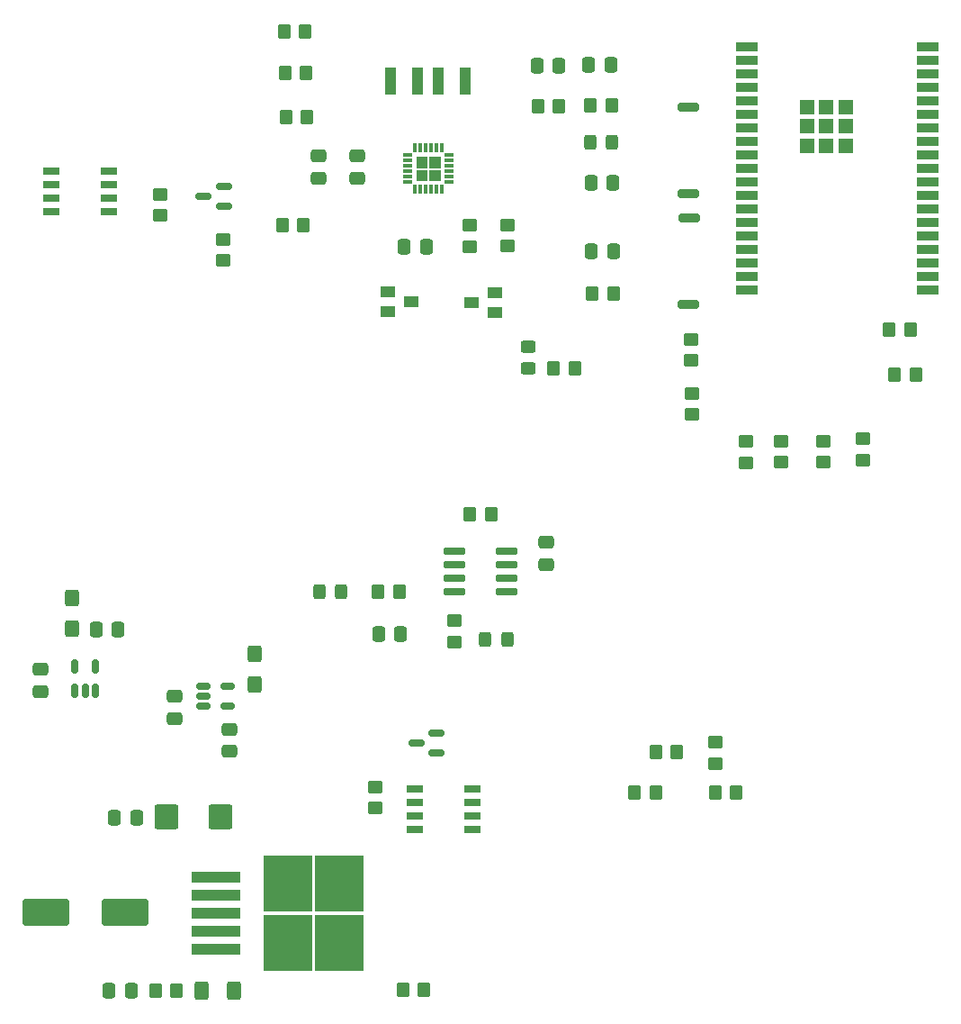
<source format=gtp>
G04 #@! TF.GenerationSoftware,KiCad,Pcbnew,6.0.7*
G04 #@! TF.CreationDate,2022-10-22T12:42:31-05:00*
G04 #@! TF.ProjectId,EsquemaGeneral,45737175-656d-4614-9765-6e6572616c2e,rev?*
G04 #@! TF.SameCoordinates,Original*
G04 #@! TF.FileFunction,Paste,Top*
G04 #@! TF.FilePolarity,Positive*
%FSLAX46Y46*%
G04 Gerber Fmt 4.6, Leading zero omitted, Abs format (unit mm)*
G04 Created by KiCad (PCBNEW 6.0.7) date 2022-10-22 12:42:31*
%MOMM*%
%LPD*%
G01*
G04 APERTURE LIST*
G04 Aperture macros list*
%AMRoundRect*
0 Rectangle with rounded corners*
0 $1 Rounding radius*
0 $2 $3 $4 $5 $6 $7 $8 $9 X,Y pos of 4 corners*
0 Add a 4 corners polygon primitive as box body*
4,1,4,$2,$3,$4,$5,$6,$7,$8,$9,$2,$3,0*
0 Add four circle primitives for the rounded corners*
1,1,$1+$1,$2,$3*
1,1,$1+$1,$4,$5*
1,1,$1+$1,$6,$7*
1,1,$1+$1,$8,$9*
0 Add four rect primitives between the rounded corners*
20,1,$1+$1,$2,$3,$4,$5,0*
20,1,$1+$1,$4,$5,$6,$7,0*
20,1,$1+$1,$6,$7,$8,$9,0*
20,1,$1+$1,$8,$9,$2,$3,0*%
G04 Aperture macros list end*
%ADD10C,0.010000*%
%ADD11RoundRect,0.250000X0.350000X0.450000X-0.350000X0.450000X-0.350000X-0.450000X0.350000X-0.450000X0*%
%ADD12RoundRect,0.250000X0.337500X0.475000X-0.337500X0.475000X-0.337500X-0.475000X0.337500X-0.475000X0*%
%ADD13RoundRect,0.250000X0.475000X-0.337500X0.475000X0.337500X-0.475000X0.337500X-0.475000X-0.337500X0*%
%ADD14RoundRect,0.250000X-0.450000X0.350000X-0.450000X-0.350000X0.450000X-0.350000X0.450000X0.350000X0*%
%ADD15RoundRect,0.250000X-0.350000X-0.450000X0.350000X-0.450000X0.350000X0.450000X-0.350000X0.450000X0*%
%ADD16RoundRect,0.150000X-0.512500X-0.150000X0.512500X-0.150000X0.512500X0.150000X-0.512500X0.150000X0*%
%ADD17R,2.000000X0.900000*%
%ADD18R,1.330000X1.330000*%
%ADD19RoundRect,0.250000X1.950000X1.000000X-1.950000X1.000000X-1.950000X-1.000000X1.950000X-1.000000X0*%
%ADD20RoundRect,0.250000X-0.337500X-0.475000X0.337500X-0.475000X0.337500X0.475000X-0.337500X0.475000X0*%
%ADD21R,1.400000X1.000000*%
%ADD22RoundRect,0.002600X-0.127400X0.402400X-0.127400X-0.402400X0.127400X-0.402400X0.127400X0.402400X0*%
%ADD23RoundRect,0.002600X-0.402400X-0.127400X0.402400X-0.127400X0.402400X0.127400X-0.402400X0.127400X0*%
%ADD24RoundRect,0.250000X-0.875000X-0.925000X0.875000X-0.925000X0.875000X0.925000X-0.875000X0.925000X0*%
%ADD25RoundRect,0.250000X-0.450000X0.325000X-0.450000X-0.325000X0.450000X-0.325000X0.450000X0.325000X0*%
%ADD26R,1.500000X0.650000*%
%ADD27RoundRect,0.250000X-0.475000X0.337500X-0.475000X-0.337500X0.475000X-0.337500X0.475000X0.337500X0*%
%ADD28RoundRect,0.200000X0.800000X-0.200000X0.800000X0.200000X-0.800000X0.200000X-0.800000X-0.200000X0*%
%ADD29RoundRect,0.250000X0.325000X0.450000X-0.325000X0.450000X-0.325000X-0.450000X0.325000X-0.450000X0*%
%ADD30RoundRect,0.250000X-0.325000X-0.450000X0.325000X-0.450000X0.325000X0.450000X-0.325000X0.450000X0*%
%ADD31RoundRect,0.250000X0.400000X0.625000X-0.400000X0.625000X-0.400000X-0.625000X0.400000X-0.625000X0*%
%ADD32RoundRect,0.250000X0.425000X-0.537500X0.425000X0.537500X-0.425000X0.537500X-0.425000X-0.537500X0*%
%ADD33R,4.550000X5.250000*%
%ADD34R,4.600000X1.100000*%
%ADD35RoundRect,0.250000X0.450000X-0.350000X0.450000X0.350000X-0.450000X0.350000X-0.450000X-0.350000X0*%
%ADD36RoundRect,0.150000X0.150000X-0.512500X0.150000X0.512500X-0.150000X0.512500X-0.150000X-0.512500X0*%
%ADD37RoundRect,0.150000X0.587500X0.150000X-0.587500X0.150000X-0.587500X-0.150000X0.587500X-0.150000X0*%
%ADD38R,1.100000X2.500000*%
%ADD39RoundRect,0.042000X0.943000X0.258000X-0.943000X0.258000X-0.943000X-0.258000X0.943000X-0.258000X0*%
G04 APERTURE END LIST*
G36*
X121910000Y-61265000D02*
G01*
X120950111Y-61265000D01*
X120950111Y-60304070D01*
X121910000Y-60304070D01*
X121910000Y-61265000D01*
G37*
D10*
X121910000Y-61265000D02*
X120950111Y-61265000D01*
X120950111Y-60304070D01*
X121910000Y-60304070D01*
X121910000Y-61265000D01*
G36*
X120690000Y-62485000D02*
G01*
X119729670Y-62485000D01*
X119729670Y-61525039D01*
X120690000Y-61525039D01*
X120690000Y-62485000D01*
G37*
X120690000Y-62485000D02*
X119729670Y-62485000D01*
X119729670Y-61525039D01*
X120690000Y-61525039D01*
X120690000Y-62485000D01*
G36*
X121910000Y-62485000D02*
G01*
X120950200Y-62485000D01*
X120950200Y-61525200D01*
X121910000Y-61525200D01*
X121910000Y-62485000D01*
G37*
X121910000Y-62485000D02*
X120950200Y-62485000D01*
X120950200Y-61525200D01*
X121910000Y-61525200D01*
X121910000Y-62485000D01*
G36*
X120690000Y-61265000D02*
G01*
X119728120Y-61265000D01*
X119728120Y-60303120D01*
X120690000Y-60303120D01*
X120690000Y-61265000D01*
G37*
X120690000Y-61265000D02*
X119728120Y-61265000D01*
X119728120Y-60303120D01*
X120690000Y-60303120D01*
X120690000Y-61265000D01*
D11*
X142220000Y-120100000D03*
X140220000Y-120100000D03*
D12*
X120640000Y-68730000D03*
X118565000Y-68730000D03*
D13*
X84380000Y-110535000D03*
X84380000Y-108460000D03*
D14*
X123275000Y-103900000D03*
X123275000Y-105900000D03*
D15*
X118440000Y-138580000D03*
X120440000Y-138580000D03*
D12*
X93400000Y-122430000D03*
X91325000Y-122430000D03*
D16*
X99682500Y-110072500D03*
X99682500Y-111022500D03*
X99682500Y-111972500D03*
X101957500Y-111972500D03*
X101957500Y-110072500D03*
D17*
X150800000Y-49940000D03*
X150800000Y-51210000D03*
X150800000Y-52480000D03*
X150800000Y-53750000D03*
X150800000Y-55020000D03*
X150800000Y-56290000D03*
X150800000Y-57560000D03*
X150800000Y-58830000D03*
X150800000Y-60100000D03*
X150800000Y-61370000D03*
X150800000Y-62640000D03*
X150800000Y-63910000D03*
X150800000Y-65180000D03*
X150800000Y-66450000D03*
X150800000Y-67720000D03*
X150800000Y-68990000D03*
X150800000Y-70260000D03*
X150800000Y-71530000D03*
X150800000Y-72800000D03*
X167800000Y-72800000D03*
X167800000Y-71530000D03*
X167800000Y-70260000D03*
X167800000Y-68990000D03*
X167800000Y-67720000D03*
X167800000Y-66450000D03*
X167800000Y-65180000D03*
X167800000Y-63910000D03*
X167800000Y-62640000D03*
X167800000Y-61370000D03*
X167800000Y-60100000D03*
X167800000Y-58830000D03*
X167800000Y-57560000D03*
X167800000Y-56290000D03*
X167800000Y-55020000D03*
X167800000Y-53750000D03*
X167800000Y-52480000D03*
X167800000Y-51210000D03*
X167800000Y-49940000D03*
D18*
X156465000Y-55605000D03*
X156465000Y-57440000D03*
X156465000Y-59275000D03*
X158300000Y-59275000D03*
X160135000Y-59275000D03*
X160135000Y-57440000D03*
X160135000Y-55605000D03*
X158300000Y-55605000D03*
X158300000Y-57440000D03*
D19*
X92290000Y-131310000D03*
X84890000Y-131310000D03*
D12*
X118255000Y-105140000D03*
X116180000Y-105140000D03*
D20*
X135945000Y-51610000D03*
X138020000Y-51610000D03*
D21*
X117060000Y-72980000D03*
X117060000Y-74880000D03*
X119260000Y-73930000D03*
D11*
X118125000Y-101180000D03*
X116125000Y-101180000D03*
D15*
X147830000Y-120100000D03*
X149830000Y-120100000D03*
X132640000Y-80200000D03*
X134640000Y-80200000D03*
D22*
X122070000Y-59440000D03*
X121570000Y-59440000D03*
X121070000Y-59440000D03*
X120570000Y-59440000D03*
X120070000Y-59440000D03*
X119570000Y-59440000D03*
D23*
X118865000Y-60145000D03*
X118865000Y-60645000D03*
X118865000Y-61145000D03*
X118865000Y-61645000D03*
X118865000Y-62145000D03*
X118865000Y-62645000D03*
D22*
X119570000Y-63350000D03*
X120070000Y-63350000D03*
X120570000Y-63350000D03*
X121070000Y-63350000D03*
X121570000Y-63350000D03*
X122070000Y-63350000D03*
D23*
X122775000Y-62645000D03*
X122775000Y-62145000D03*
X122775000Y-61645000D03*
X122775000Y-61145000D03*
X122775000Y-60645000D03*
X122775000Y-60145000D03*
D24*
X96220000Y-122370000D03*
X101320000Y-122370000D03*
D13*
X131895000Y-98620000D03*
X131895000Y-96545000D03*
D12*
X92867500Y-138680000D03*
X90792500Y-138680000D03*
D25*
X130270000Y-78170000D03*
X130270000Y-80220000D03*
D15*
X131130000Y-55550000D03*
X133130000Y-55550000D03*
D14*
X128270000Y-66700000D03*
X128270000Y-68700000D03*
D26*
X119590000Y-119725000D03*
X119590000Y-120995000D03*
X119590000Y-122265000D03*
X119590000Y-123535000D03*
X124990000Y-123535000D03*
X124990000Y-122265000D03*
X124990000Y-120995000D03*
X124990000Y-119725000D03*
D27*
X102160000Y-114102500D03*
X102160000Y-116177500D03*
D14*
X158020000Y-87000000D03*
X158020000Y-89000000D03*
X150711500Y-87062000D03*
X150711500Y-89062000D03*
D15*
X124725000Y-93860000D03*
X126725000Y-93860000D03*
D11*
X109100000Y-66740000D03*
X107100000Y-66740000D03*
D28*
X145326400Y-74128600D03*
X145377200Y-66051400D03*
D29*
X138090000Y-58970000D03*
X136040000Y-58970000D03*
D11*
X166227000Y-76581000D03*
X164227000Y-76581000D03*
D15*
X107280000Y-48490000D03*
X109280000Y-48490000D03*
X107360000Y-52380000D03*
X109360000Y-52380000D03*
D28*
X145296400Y-63718600D03*
X145347200Y-55641400D03*
D11*
X138090000Y-55490000D03*
X136090000Y-55490000D03*
D14*
X161720000Y-86800000D03*
X161720000Y-88800000D03*
X124740000Y-66730000D03*
X124740000Y-68730000D03*
D30*
X110565000Y-101200000D03*
X112615000Y-101200000D03*
D14*
X95580000Y-63830000D03*
X95580000Y-65830000D03*
D31*
X102580000Y-138650000D03*
X99480000Y-138650000D03*
D27*
X114190000Y-60240000D03*
X114190000Y-62315000D03*
D14*
X145650000Y-82520000D03*
X145650000Y-84520000D03*
D12*
X133120000Y-51710000D03*
X131045000Y-51710000D03*
D15*
X136280000Y-73140000D03*
X138280000Y-73140000D03*
D26*
X90800000Y-65415000D03*
X90800000Y-64145000D03*
X90800000Y-62875000D03*
X90800000Y-61605000D03*
X85400000Y-61605000D03*
X85400000Y-62875000D03*
X85400000Y-64145000D03*
X85400000Y-65415000D03*
D27*
X110530000Y-60205000D03*
X110530000Y-62280000D03*
D32*
X104530000Y-109920000D03*
X104530000Y-107045000D03*
D21*
X127070000Y-74950000D03*
X127070000Y-73050000D03*
X124870000Y-74000000D03*
D15*
X107440000Y-56590000D03*
X109440000Y-56590000D03*
D33*
X112460000Y-128640000D03*
X107610000Y-134190000D03*
X107610000Y-128640000D03*
X112460000Y-134190000D03*
D34*
X100885000Y-128015000D03*
X100885000Y-129715000D03*
X100885000Y-131415000D03*
X100885000Y-133115000D03*
X100885000Y-134815000D03*
D29*
X128247500Y-105680000D03*
X126197500Y-105680000D03*
D35*
X101530000Y-70060000D03*
X101530000Y-68060000D03*
D14*
X145548400Y-77440000D03*
X145548400Y-79440000D03*
D36*
X87600000Y-110510000D03*
X88550000Y-110510000D03*
X89500000Y-110510000D03*
X89500000Y-108235000D03*
X87600000Y-108235000D03*
D37*
X121597500Y-116340000D03*
X121597500Y-114440000D03*
X119722500Y-115390000D03*
D38*
X117310000Y-53140000D03*
X119810000Y-53140000D03*
X121810000Y-53140000D03*
X124310000Y-53140000D03*
D35*
X115850000Y-121510000D03*
X115850000Y-119510000D03*
D20*
X136145000Y-62720000D03*
X138220000Y-62720000D03*
X89585000Y-104700000D03*
X91660000Y-104700000D03*
D37*
X101577500Y-64980000D03*
X101577500Y-63080000D03*
X99702500Y-64030000D03*
D14*
X154020000Y-87000000D03*
X154020000Y-89000000D03*
D32*
X87340000Y-104650000D03*
X87340000Y-101775000D03*
D35*
X147850000Y-117310000D03*
X147850000Y-115310000D03*
D11*
X166735000Y-80772000D03*
X164735000Y-80772000D03*
D20*
X136195000Y-69160000D03*
X138270000Y-69160000D03*
D11*
X144220000Y-116250000D03*
X142220000Y-116250000D03*
D27*
X96920000Y-111032500D03*
X96920000Y-113107500D03*
D15*
X95160000Y-138680000D03*
X97160000Y-138680000D03*
D39*
X128225000Y-101145000D03*
X128225000Y-99875000D03*
X128225000Y-98605000D03*
X128225000Y-97335000D03*
X123285000Y-97335000D03*
X123285000Y-98605000D03*
X123285000Y-99875000D03*
X123285000Y-101145000D03*
M02*

</source>
